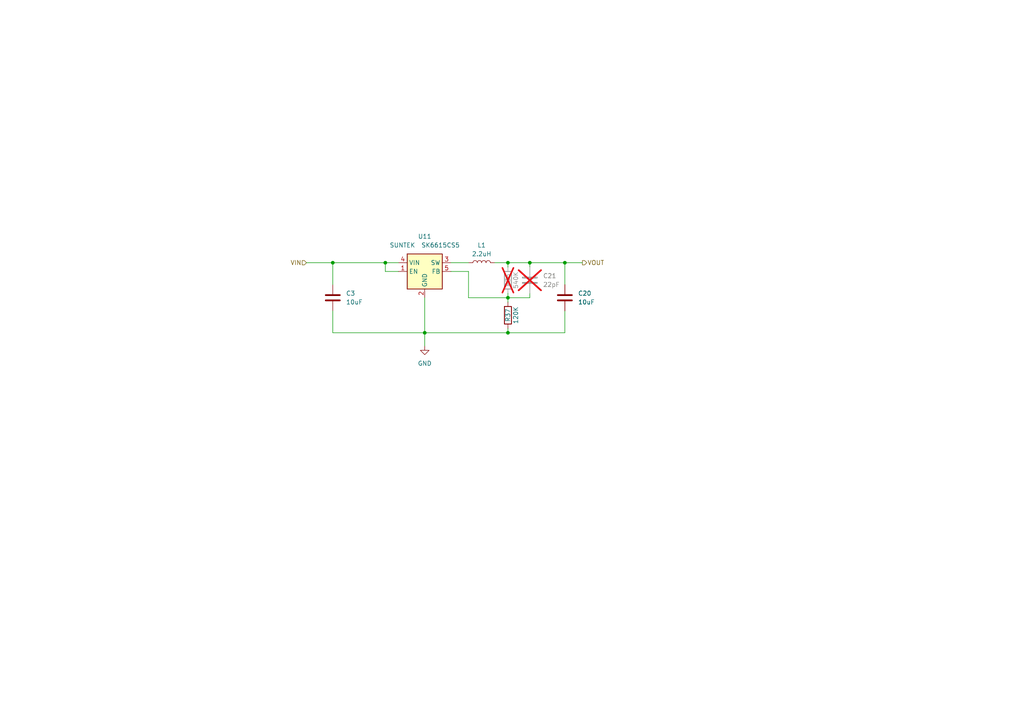
<source format=kicad_sch>
(kicad_sch (version 20250114) (generator "eeschema") (generator_version "9.0")
  (paper "A4")
  (lib_symbols
    (symbol "Device:C" (pin_numbers (hide yes)) (pin_names (offset 0.254))
      (property "Reference" "C" (at 0.635 2.54 0))
      (property "Value" "C" (at 0.635 -2.54 0))
      (symbol "C_0_1"
        (polyline (pts (xy -2.032 0.762) (xy 2.032 0.762)) (stroke (width 0.508)))
        (polyline (pts (xy -2.032 -0.762) (xy 2.032 -0.762)) (stroke (width 0.508)))
      )
      (symbol "C_1_1"
        (pin passive line (at 0 3.81 270) (length 2.794) (name "~") (number "1"))
        (pin passive line (at 0 -3.81 90) (length 2.794) (name "~") (number "2"))
      )
    )
    (symbol "Device:L" (pin_numbers (hide yes)) (pin_names (offset 1.016) (hide yes))
      (property "Reference" "L" (at -1.27 0 90))
      (property "Value" "L" (at 1.905 0 90))
      (symbol "L_0_1"
        (arc (start 0 2.54) (mid 0.6323 1.905) (end 0 1.27))
        (arc (start 0 1.27) (mid 0.6323 0.635) (end 0 0))
        (arc (start 0 0) (mid 0.6323 -0.635) (end 0 -1.27))
        (arc (start 0 -1.27) (mid 0.6323 -1.905) (end 0 -2.54))
      )
      (symbol "L_1_1"
        (pin passive line (at 0 3.81 270) (length 1.27) (name "1") (number "1"))
        (pin passive line (at 0 -3.81 90) (length 1.27) (name "2") (number "2"))
      )
    )
    (symbol "Device:R" (pin_numbers (hide yes)) (pin_names (offset 0))
      (property "Reference" "R" (at 2.032 0 90))
      (property "Value" "R" (at 0 0 90))
      (symbol "R_0_1"
        (rectangle (start -1.016 -2.54) (end 1.016 2.54) (stroke (width 0.254)))
      )
      (symbol "R_1_1"
        (pin passive line (at 0 3.81 270) (length 1.27) (name "~") (number "1"))
        (pin passive line (at 0 -3.81 90) (length 1.27) (name "~") (number "2"))
      )
    )
    (symbol "Regulator_Switching:TLV62568DBV"
      (property "Reference" "U" (at -5.08 6.35 0))
      (property "Value" "TLV62568DBV" (at 0 6.35 0))
      (symbol "TLV62568DBV_0_1"
        (rectangle (start -5.08 5.08) (end 5.08 -5.08) (stroke (width 0.254)) (fill (type background)))
      )
      (symbol "TLV62568DBV_1_1"
        (pin power_in line (at -7.62 2.54 0) (length 2.54) (name "VIN") (number "4"))
        (pin input line (at -7.62 0 0) (length 2.54) (name "EN") (number "1"))
        (pin power_in line (at 0 -7.62 90) (length 2.54) (name "GND") (number "2"))
        (pin power_out line (at 7.62 2.54 180) (length 2.54) (name "SW") (number "3"))
        (pin input line (at 7.62 0 180) (length 2.54) (name "FB") (number "5"))
      )
    )
    (symbol "power:GND" (power) (pin_numbers (hide yes)) (pin_names (offset 0) (hide yes))
      (property "Value" "GND" (at 0 -3.81 0))
      (symbol "GND_0_1"
        (polyline (pts (xy 0 0) (xy 0 -1.27) (xy 1.27 -1.27) (xy 0 -2.54) (xy -1.27 -1.27) (xy 0 -1.27)))
      )
      (symbol "GND_1_1"
        (pin power_in line (at 0 0 270) (length 0) (name "~") (number "1"))
      )
    )
  )
  (junction (at 96.52 76.2))
  (junction (at 111.76 76.2))
  (junction (at 123.19 96.52))
  (junction (at 153.67 76.2))
  (junction (at 147.32 86.36))
  (junction (at 163.83 76.2))
  (junction (at 147.32 76.2))
  (junction (at 147.32 96.52))
  (wire (pts (xy 163.83 76.2) (xy 163.83 82.55)))
  (wire (pts (xy 147.32 86.36) (xy 147.32 87.63)))
  (wire (pts (xy 96.52 76.2) (xy 111.76 76.2)))
  (wire (pts (xy 88.9 76.2) (xy 96.52 76.2)))
  (wire (pts (xy 111.76 78.74) (xy 111.76 76.2)))
  (wire (pts (xy 163.83 76.2) (xy 168.91 76.2)))
  (wire (pts (xy 96.52 96.52) (xy 123.19 96.52)))
  (wire (pts (xy 153.67 85.09) (xy 153.67 86.36)))
  (wire (pts (xy 153.67 86.36) (xy 147.32 86.36)))
  (wire (pts (xy 96.52 82.55) (xy 96.52 76.2)))
  (wire (pts (xy 130.81 76.2) (xy 135.89 76.2)))
  (wire (pts (xy 147.32 76.2) (xy 153.67 76.2)))
  (wire (pts (xy 147.32 96.52) (xy 123.19 96.52)))
  (wire (pts (xy 153.67 76.2) (xy 163.83 76.2)))
  (wire (pts (xy 96.52 90.17) (xy 96.52 96.52)))
  (wire (pts (xy 135.89 86.36) (xy 135.89 78.74)))
  (wire (pts (xy 115.57 78.74) (xy 111.76 78.74)))
  (wire (pts (xy 123.19 96.52) (xy 123.19 86.36)))
  (wire (pts (xy 153.67 76.2) (xy 153.67 77.47)))
  (wire (pts (xy 123.19 96.52) (xy 123.19 100.33)))
  (wire (pts (xy 147.32 95.25) (xy 147.32 96.52)))
  (wire (pts (xy 163.83 90.17) (xy 163.83 96.52)))
  (wire (pts (xy 111.76 76.2) (xy 115.57 76.2)))
  (wire (pts (xy 147.32 76.2) (xy 147.32 77.47)))
  (wire (pts (xy 143.51 76.2) (xy 147.32 76.2)))
  (wire (pts (xy 163.83 96.52) (xy 147.32 96.52)))
  (wire (pts (xy 147.32 86.36) (xy 135.89 86.36)))
  (wire (pts (xy 147.32 85.09) (xy 147.32 86.36)))
  (wire (pts (xy 135.89 78.74) (xy 130.81 78.74)))
  (hierarchical_label "VOUT" (shape output) (at 168.91 76.2 0))
  (hierarchical_label "VIN" (shape input) (at 88.9 76.2 180))
  (symbol (lib_id "Device:C") (at 163.83 86.36 180) (unit 1)
    (property "Reference" "C20" (at 167.64 85.0899 0) (effects (justify right)))
    (property "Value" "10uF" (at 167.64 87.6299 0) (effects (justify right)))
    (property "Footprint" "Capacitor_SMD:C_0603_1608Metric" (effects (hide yes)))
    (property "Description" "Unpolarized capacitor" (effects (hide yes)))
    (property "JLCPCB Part #" "C19702" (effects (hide yes)))
  )
  (symbol (lib_id "Device:R") (at 147.32 81.28 0) (unit 1) (in_bom no) (dnp yes)
    (property "Reference" "R36" (at 147.32 81.28 90))
    (property "Value" "540K" (at 149.606 81.28 90))
    (property "Footprint" "Resistor_SMD:R_0603_1608Metric" (effects (hide yes)))
    (property "Description" "Resistor" (effects (hide yes)))
  )
  (symbol (lib_id "Device:C") (at 153.67 81.28 180) (unit 1) (in_bom no) (dnp yes)
    (property "Reference" "C21" (at 157.48 80.0099 0) (effects (justify right)))
    (property "Value" "22pF" (at 157.48 82.5499 0) (effects (justify right)))
    (property "Footprint" "Capacitor_SMD:C_0603_1608Metric" (effects (hide yes)))
    (property "Description" "Unpolarized capacitor" (effects (hide yes)))
  )
  (symbol (lib_id "power:GND") (at 123.19 100.33 0) (unit 1)
    (property "Reference" "#PWR026" (effects (hide yes)))
    (property "Value" "GND" (at 123.19 105.41 0))
    (property "Description" "Power symbol creates a global label with name \"GND\" , ground" (effects (hide yes)))
  )
  (symbol (lib_id "Device:R") (at 147.32 91.44 0) (unit 1)
    (property "Reference" "R37" (at 147.32 91.44 90))
    (property "Value" "120K" (at 149.606 91.44 90))
    (property "Footprint" "Resistor_SMD:R_0603_1608Metric" (effects (hide yes)))
    (property "Description" "Resistor" (effects (hide yes)))
    (property "JLCPCB Part #" "C25808" (effects (hide yes)))
  )
  (symbol (lib_id "Device:C") (at 96.52 86.36 180) (unit 1)
    (property "Reference" "C3" (at 100.33 85.0899 0) (effects (justify right)))
    (property "Value" "10uF" (at 100.33 87.6299 0) (effects (justify right)))
    (property "Footprint" "Capacitor_SMD:C_0603_1608Metric" (effects (hide yes)))
    (property "Description" "Unpolarized capacitor" (effects (hide yes)))
    (property "JLCPCB Part #" "C19702" (effects (hide yes)))
  )
  (symbol (lib_id "Regulator_Switching:TLV62568DBV") (at 123.19 78.74 0) (unit 1)
    (property "Reference" "U11" (at 123.19 68.58 0))
    (property "Value" "SUNTEK  SK6615CS5" (at 123.19 71.12 0))
    (property "Footprint" "Package_TO_SOT_SMD:SOT-23-5" (effects (hide yes)))
    (property "Datasheet" "https://jlcpcb.com/api/file/downloadByFileSystemAccessId/8590910237937651712" (effects (hide yes)))
    (property "JLCPCB Part #" "C2986199" (effects (hide yes)))
  )
  (symbol (lib_id "Device:L") (at 139.7 76.2 90) (unit 1)
    (property "Reference" "L1" (at 139.7 71.12 90))
    (property "Value" "2.2uH" (at 139.7 73.66 90))
    (property "Footprint" "Inductor_SMD:L_APV_ANR4026" (effects (hide yes)))
    (property "Description" "Inductor" (effects (hide yes)))
    (property "JLCPCB Part #" "C167854" (effects (hide yes)))
  )
)
</source>
